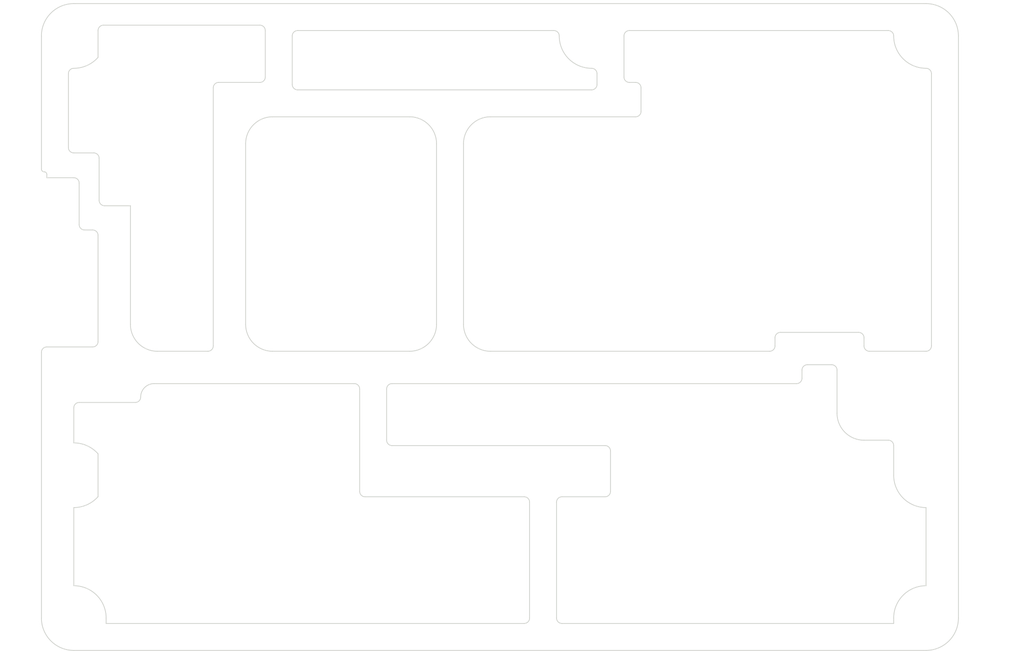
<source format=kicad_pcb>
(kicad_pcb (version 4) (host pcbnew 4.0.6-e0-6349~53~ubuntu14.04.1)
  (title_block (title SBMS120) (rev 03) (company "Electrodacus (Schematic and PCB layout released under CC-BY-SA 3.0 licence)"))
  (layers (0 F.Cu signal) (31 B.Cu signal) (34 B.Paste user) (35 F.Paste user) (36 B.SilkS user) (37 F.SilkS user) (38 B.Mask user) (39 F.Mask user) (44 Edge.Cuts user))
  (net 0 "")
  (net 1 /BAT0)
  (net 2 /CPV1P)
  (net 3 /CPV2P)
  (net 4 /CSI1a)
  (net 5 /CSI2a)
  (net 6 /LDMON)
  (net 7 /PV+)
  (net 8 /PV1)
  (net 9 /PV2)
  (net 10 GND)
  (net 11 "Net-(D7-Pad1)")
  (module dacusnewlib:H1-1.2mm-M (layer F.Cu) (at 85.06 98.26)
    (fp_text reference "" hide)
    (fp_text value "" hide)
    (pad "" np_thru_hole circle (at 0 0) (size 1.2 1.2) (drill 1.2) (layers *.Cu *.Mask))
  )
  (module dacusnewlib:H1-1.2mm-M (layer F.Cu) (at 85.06 46.26)
    (fp_text reference "" hide)
    (fp_text value "" hide)
    (pad "" np_thru_hole circle (at 0 0) (size 1.2 1.2) (drill 1.2) (layers *.Cu *.Mask))
  )
  (module dacusnewlib:H1-5mm-M (layer F.Cu) (at 56 36)
    (fp_text reference "" hide)
    (fp_text value "" hide)
    (pad "" np_thru_hole circle (at 0 0) (size 5 5) (drill 5) (layers *.Cu *.Mask))
  )
  (module dacusnewlib:H1-5mm-M (layer F.Cu) (at 152 36)
    (fp_text reference "" hide)
    (fp_text value "" hide)
    (pad "" np_thru_hole circle (at 0 0) (size 5 5) (drill 5) (layers *.Cu *.Mask))
  )
  (module dacusnewlib:H1-5mm-M (layer F.Cu) (at 214 36)
    (fp_text reference "" hide)
    (fp_text value "" hide)
    (pad "" np_thru_hole circle (at 0 0) (size 5 5) (drill 5) (layers *.Cu *.Mask))
  )
  (module dacusnewlib:H1-3mm-M (layer F.Cu) (at 56 117.5)
    (fp_text reference "" hide)
    (fp_text value "" hide)
    (pad "" np_thru_hole circle (at 0 0) (size 3 3) (drill 3) (layers *.Cu *.Mask))
  )
  (module dacusnewlib:H1-3mm-M (layer F.Cu) (at 152 117.5)
    (fp_text reference "" hide)
    (fp_text value "" hide)
    (pad "" np_thru_hole circle (at 0 0) (size 3 3) (drill 3) (layers *.Cu *.Mask))
  )
  (module dacusnewlib:H1-3mm-M (layer F.Cu) (at 214 117.5)
    (fp_text reference "" hide)
    (fp_text value "" hide)
    (pad "" np_thru_hole circle (at 0 0) (size 3 3) (drill 3) (layers *.Cu *.Mask))
  )
  (module dacusnewlib:H1-3mm-M (layer F.Cu) (at 56 144)
    (fp_text reference "" hide)
    (fp_text value "" hide)
    (pad "" np_thru_hole circle (at 0 0) (size 3 3) (drill 3) (layers *.Cu *.Mask))
  )
  (module dacusnewlib:H1-3mm-M (layer F.Cu) (at 214 144)
    (fp_text reference "" hide)
    (fp_text value "" hide)
    (pad "" np_thru_hole circle (at 0 0) (size 3 3) (drill 3) (layers *.Cu *.Mask))
  )
  (module dacusnewlib:H1-5mm-M (layer F.Cu) (at 64 98)
    (fp_text reference "" hide)
    (fp_text value "" hide)
    (pad "" np_thru_hole circle (at 0 0) (size 5 5) (drill 5) (layers *.Cu *.Mask))
  )
  (module dacusnewlib:H1-5x9mm-M (layer F.Cu) (at 207 105)
    (fp_text reference "" hide)
    (fp_text value "" hide)
    (pad "" np_thru_hole oval (at 0 0) (size 9 5) (drill oval 9 5) (layers *.Cu *.Mask))
  )
  (module dacusnewlib:H1-1.2mm-M (layer F.Cu) (at 159.56 46.26)
    (fp_text reference "" hide)
    (fp_text value "" hide)
    (pad "" np_thru_hole circle (at 0 0) (size 1.2 1.2) (drill 1.2) (layers *.Cu *.Mask))
  )
  (gr_line (start 146.5 145) (end 208 145) (layer Edge.Cuts) (width 0.15))
  (gr_line (start 146.5 121.5) (end 154.5 121.5) (layer Edge.Cuts) (width 0.15))
  (gr_line (start 115 100.5) (end 190 100.5) (layer Edge.Cuts) (width 0.15))
  (gr_line (start 70.9 100.5) (end 108 100.5) (layer Edge.Cuts) (width 0.15))
  (gr_arc (start 146.5 144) (end 146.5 145) (angle 90) (layer Edge.Cuts) (width 0.15))
  (gr_arc (start 139.5 144) (end 140.5 144) (angle 90) (layer Edge.Cuts) (width 0.15))
  (gr_arc (start 139.5 122.5) (end 139.5 121.5) (angle 90) (layer Edge.Cuts) (width 0.15))
  (gr_arc (start 146.5 122.5) (end 145.5 122.5) (angle 90) (layer Edge.Cuts) (width 0.15))
  (gr_arc (start 154.5 120.5) (end 155.5 120.5) (angle 90) (layer Edge.Cuts) (width 0.15))
  (gr_arc (start 154.5 113) (end 154.5 112) (angle 90) (layer Edge.Cuts) (width 0.15))
  (gr_arc (start 110 120.5) (end 110 121.5) (angle 90) (layer Edge.Cuts) (width 0.15))
  (gr_arc (start 115 111) (end 115 112) (angle 90) (layer Edge.Cuts) (width 0.15))
  (gr_arc (start 108 101.5) (end 108 100.5) (angle 90) (layer Edge.Cuts) (width 0.15))
  (gr_arc (start 115 101.5) (end 114 101.5) (angle 90) (layer Edge.Cuts) (width 0.15))
  (gr_line (start 145.5 122.5) (end 145.5 144) (layer Edge.Cuts) (width 0.15))
  (gr_line (start 140.5 122.5) (end 140.5 144) (layer Edge.Cuts) (width 0.15))
  (gr_line (start 114 111) (end 114 101.5) (layer Edge.Cuts) (width 0.15))
  (gr_line (start 154.5 112) (end 115 112) (layer Edge.Cuts) (width 0.15))
  (gr_line (start 155.5 120.5) (end 155.5 113) (layer Edge.Cuts) (width 0.15))
  (gr_line (start 110 121.5) (end 139.5 121.5) (layer Edge.Cuts) (width 0.15))
  (gr_line (start 109 101.5) (end 109 120.5) (layer Edge.Cuts) (width 0.15))
  (gr_arc (start 207 112) (end 207 111) (angle 90) (layer Edge.Cuts) (width 0.15))
  (gr_arc (start 196.5 98) (end 196.5 97) (angle 90) (layer Edge.Cuts) (width 0.15))
  (gr_arc (start 192 98) (end 191 98) (angle 90) (layer Edge.Cuts) (width 0.15))
  (gr_arc (start 190 99.5) (end 191 99.5) (angle 90) (layer Edge.Cuts) (width 0.15))
  (gr_arc (start 80.86 93.5) (end 81.86 93.5) (angle 90) (layer Edge.Cuts) (width 0.15))
  (gr_line (start 203.5 94.5) (end 214 94.5) (layer Edge.Cuts) (width 0.15))
  (gr_line (start 202.5 92) (end 202.5 93.5) (layer Edge.Cuts) (width 0.15))
  (gr_line (start 187 91) (end 201.5 91) (layer Edge.Cuts) (width 0.15))
  (gr_line (start 186 92) (end 186 93.5) (layer Edge.Cuts) (width 0.15))
  (gr_arc (start 203.5 93.5) (end 203.5 94.5) (angle 90) (layer Edge.Cuts) (width 0.15))
  (gr_arc (start 201.5 92) (end 201.5 91) (angle 90) (layer Edge.Cuts) (width 0.15))
  (gr_arc (start 187 92) (end 186 92) (angle 90) (layer Edge.Cuts) (width 0.15))
  (gr_arc (start 185 93.5) (end 186 93.5) (angle 90) (layer Edge.Cuts) (width 0.15))
  (gr_line (start 192 97) (end 196.5 97) (layer Edge.Cuts) (width 0.15))
  (gr_line (start 191 99.5) (end 191 98) (layer Edge.Cuts) (width 0.15))
  (gr_arc (start 202.5 106) (end 202.5 111) (angle 90) (layer Edge.Cuts) (width 0.15))
  (gr_line (start 207 111) (end 202.5 111) (layer Edge.Cuts) (width 0.15))
  (gr_line (start 208 117.5) (end 208 112) (layer Edge.Cuts) (width 0.15))
  (gr_arc (start 57 105) (end 56 105) (angle 90) (layer Edge.Cuts) (width 0.15))
  (gr_line (start 71.5 94.5) (end 80.86 94.5) (layer Edge.Cuts) (width 0.15))
  (gr_line (start 133.25 94.5) (end 185 94.5) (layer Edge.Cuts) (width 0.15))
  (gr_line (start 92.86 94.5) (end 118.25 94.5) (layer Edge.Cuts) (width 0.15))
  (gr_line (start 197.5 98) (end 197.5 106) (layer Edge.Cuts) (width 0.15))
  (gr_arc (start 67.4 103) (end 68.4 103) (angle 90) (layer Edge.Cuts) (width 0.15))
  (gr_arc (start 70.9 103) (end 68.4 103) (angle 90) (layer Edge.Cuts) (width 0.15))
  (gr_line (start 57 104) (end 67.4 104) (layer Edge.Cuts) (width 0.15))
  (gr_line (start 56 111.5) (end 56 105) (layer Edge.Cuts) (width 0.15))
  (gr_arc (start 59.5 92.7) (end 60.5 92.7) (angle 90) (layer Edge.Cuts) (width 0.15))
  (gr_arc (start 51 94.7) (end 50 94.7) (angle 90) (layer Edge.Cuts) (width 0.15))
  (gr_arc (start 56 63.3) (end 56 62.3) (angle 90) (layer Edge.Cuts) (width 0.15))
  (gr_arc (start 59.5 73) (end 59.5 72) (angle 90) (layer Edge.Cuts) (width 0.15))
  (gr_line (start 58 72) (end 59.5 72) (layer Edge.Cuts) (width 0.15))
  (gr_arc (start 58 71) (end 58 72) (angle 90) (layer Edge.Cuts) (width 0.15))
  (gr_arc (start 71.5 89.5) (end 71.5 94.5) (angle 90) (layer Edge.Cuts) (width 0.15))
  (gr_arc (start 214 93.5) (end 215 93.5) (angle 90) (layer Edge.Cuts) (width 0.15))
  (gr_arc (start 214 43) (end 214 42) (angle 90) (layer Edge.Cuts) (width 0.15))
  (gr_line (start 159 35) (end 207 35) (layer Edge.Cuts) (width 0.15))
  (gr_line (start 158 43.62) (end 158 36) (layer Edge.Cuts) (width 0.15))
  (gr_arc (start 207 36) (end 207 35) (angle 90) (layer Edge.Cuts) (width 0.15))
  (gr_arc (start 159 36) (end 158 36) (angle 90) (layer Edge.Cuts) (width 0.15))
  (gr_line (start 128.25 56) (end 128.25 89.5) (layer Edge.Cuts) (width 0.15))
  (gr_line (start 123.25 56) (end 123.25 89.5) (layer Edge.Cuts) (width 0.15))
  (gr_line (start 153 43) (end 153 45) (layer Edge.Cuts) (width 0.15))
  (gr_line (start 96.5 36) (end 96.5 45) (layer Edge.Cuts) (width 0.15))
  (gr_line (start 97.5 46) (end 152 46) (layer Edge.Cuts) (width 0.15))
  (gr_arc (start 152 45) (end 153 45) (angle 90) (layer Edge.Cuts) (width 0.15))
  (gr_arc (start 97.5 45) (end 97.5 46) (angle 90) (layer Edge.Cuts) (width 0.15))
  (gr_line (start 87.86 56) (end 87.86 89.5) (layer Edge.Cuts) (width 0.15))
  (gr_line (start 91.5 35) (end 91.5 43.62) (layer Edge.Cuts) (width 0.15))
  (gr_line (start 82.86 44.62) (end 90.5 44.62) (layer Edge.Cuts) (width 0.15))
  (gr_line (start 161.16 45.62) (end 161.16 50) (layer Edge.Cuts) (width 0.15))
  (gr_line (start 159 44.62) (end 160.16 44.62) (layer Edge.Cuts) (width 0.15))
  (gr_line (start 133.25 51) (end 160.16 51) (layer Edge.Cuts) (width 0.15))
  (gr_arc (start 159 43.62) (end 159 44.62) (angle 90) (layer Edge.Cuts) (width 0.15))
  (gr_arc (start 152 43) (end 152 42) (angle 90) (layer Edge.Cuts) (width 0.15))
  (gr_arc (start 152 36) (end 152 42) (angle 90) (layer Edge.Cuts) (width 0.15))
  (gr_arc (start 160.16 45.62) (end 160.16 44.62) (angle 90) (layer Edge.Cuts) (width 0.15))
  (gr_arc (start 160.16 50) (end 161.16 50) (angle 90) (layer Edge.Cuts) (width 0.15))
  (gr_line (start 92.86 51) (end 118.25 51) (layer Edge.Cuts) (width 0.15))
  (gr_arc (start 133.25 56) (end 128.25 56) (angle 90) (layer Edge.Cuts) (width 0.15))
  (gr_arc (start 118.25 56) (end 118.25 51) (angle 90) (layer Edge.Cuts) (width 0.15))
  (gr_arc (start 133.25 89.5) (end 133.25 94.5) (angle 90) (layer Edge.Cuts) (width 0.15))
  (gr_arc (start 118.25 89.5) (end 123.25 89.5) (angle 90) (layer Edge.Cuts) (width 0.15))
  (gr_arc (start 92.86 89.5) (end 92.86 94.5) (angle 90) (layer Edge.Cuts) (width 0.15))
  (gr_arc (start 92.86 56) (end 87.86 56) (angle 90) (layer Edge.Cuts) (width 0.15))
  (gr_arc (start 82.86 45.62) (end 81.86 45.62) (angle 90) (layer Edge.Cuts) (width 0.15))
  (gr_arc (start 90.5 43.62) (end 91.5 43.62) (angle 90) (layer Edge.Cuts) (width 0.15))
  (gr_line (start 60.5 35) (end 60.5 39.97) (layer Edge.Cuts) (width 0.15))
  (gr_line (start 61.5 34) (end 90.5 34) (layer Edge.Cuts) (width 0.15))
  (gr_arc (start 90.5 35) (end 90.5 34) (angle 90) (layer Edge.Cuts) (width 0.15))
  (gr_arc (start 61.5 35) (end 60.5 35) (angle 90) (layer Edge.Cuts) (width 0.15))
  (gr_line (start 97.5 35) (end 145 35) (layer Edge.Cuts) (width 0.15))
  (gr_arc (start 145 36) (end 145 35) (angle 90) (layer Edge.Cuts) (width 0.15))
  (gr_arc (start 97.5 36) (end 96.5 36) (angle 90) (layer Edge.Cuts) (width 0.15))
  (gr_line (start 81.86 45.62) (end 81.86 93.5) (layer Edge.Cuts) (width 0.15))
  (gr_line (start 60.7 58.7) (end 60.7 66.5) (layer Edge.Cuts) (width 0.15))
  (gr_arc (start 61.7 66.5) (end 61.7 67.5) (angle 90) (layer Edge.Cuts) (width 0.15))
  (gr_line (start 56 57.7) (end 59.7 57.7) (layer Edge.Cuts) (width 0.15))
  (gr_line (start 55 43) (end 55 56.7) (layer Edge.Cuts) (width 0.15))
  (gr_arc (start 59.7 58.7) (end 59.7 57.7) (angle 90) (layer Edge.Cuts) (width 0.15))
  (gr_arc (start 56 56.7) (end 56 57.7) (angle 90) (layer Edge.Cuts) (width 0.15))
  (gr_arc (start 56 43) (end 55 43) (angle 90) (layer Edge.Cuts) (width 0.15))
  (gr_line (start 61.7 67.5) (end 66.5 67.5) (layer Edge.Cuts) (width 0.15))
  (gr_line (start 66.5 89.5) (end 66.5 67.5) (layer Edge.Cuts) (width 0.15))
  (gr_line (start 215 43) (end 215 93.5) (layer Edge.Cuts) (width 0.15))
  (gr_line (start 214 123.5) (end 214 138) (layer Edge.Cuts) (width 0.15))
  (gr_line (start 208 144) (end 208 145) (layer Edge.Cuts) (width 0.15))
  (gr_line (start 62 144) (end 62 145) (layer Edge.Cuts) (width 0.15))
  (gr_line (start 56 123.5) (end 56 138) (layer Edge.Cuts) (width 0.15))
  (gr_line (start 62 145) (end 139.5 145) (layer Edge.Cuts) (width 0.15))
  (gr_arc (start 214 117.5) (end 214 123.5) (angle 90) (layer Edge.Cuts) (width 0.15))
  (gr_arc (start 214 144) (end 208 144) (angle 90) (layer Edge.Cuts) (width 0.15))
  (gr_arc (start 214 36) (end 214 42) (angle 90) (layer Edge.Cuts) (width 0.15))
  (gr_arc (start 56 36) (end 60.5 39.97) (angle 48.58054575) (layer Edge.Cuts) (width 0.15))
  (gr_line (start 60.5 113.53) (end 60.5 121.47) (layer Edge.Cuts) (width 0.15))
  (gr_arc (start 56 117.5) (end 60.5 121.47) (angle 48.58054575) (layer Edge.Cuts) (width 0.15))
  (gr_arc (start 56 117.5) (end 56 111.5) (angle 48.58054575) (layer Edge.Cuts) (width 0.15))
  (gr_arc (start 56 144) (end 56 138) (angle 90) (layer Edge.Cuts) (width 0.15))
  (gr_line (start 59.5 93.7) (end 51 93.7) (layer Edge.Cuts) (width 0.15))
  (gr_line (start 60.5 73) (end 60.5 92.7) (layer Edge.Cuts) (width 0.15))
  (gr_line (start 57 63.3) (end 57 71) (layer Edge.Cuts) (width 0.15))
  (gr_line (start 51 62.3) (end 56 62.3) (layer Edge.Cuts) (width 0.15))
  (gr_line (start 50 94.7) (end 50 144) (layer Edge.Cuts) (width 0.15))
  (gr_line (start 50 36) (end 50 60.7) (layer Edge.Cuts) (width 0.15))
  (gr_arc (start 50.5 60.7) (end 50.5 61.2) (angle 90) (layer Edge.Cuts) (width 0.15))
  (gr_arc (start 50.5 61.7) (end 50.5 61.2) (angle 90) (layer Edge.Cuts) (width 0.15))
  (gr_line (start 51 62.3) (end 51 61.7) (layer Edge.Cuts) (width 0.15))
  (gr_arc (start 56 36) (end 50 36) (angle 90) (layer Edge.Cuts) (width 0.15))
  (gr_arc (start 214 36) (end 214 30) (angle 90) (layer Edge.Cuts) (width 0.15))
  (gr_arc (start 214 144) (end 220 144) (angle 90) (layer Edge.Cuts) (width 0.15))
  (gr_arc (start 56 144) (end 56 150) (angle 90) (layer Edge.Cuts) (width 0.15))
  (gr_line (start 56 30) (end 214 30) (angle 90) (layer Edge.Cuts) (width 0.15))
  (gr_line (start 56 150) (end 214 150) (angle 90) (layer Edge.Cuts) (width 0.15))
  (gr_line (start 220 144) (end 220 36) (angle 90) (layer Edge.Cuts) (width 0.15))
)
</source>
